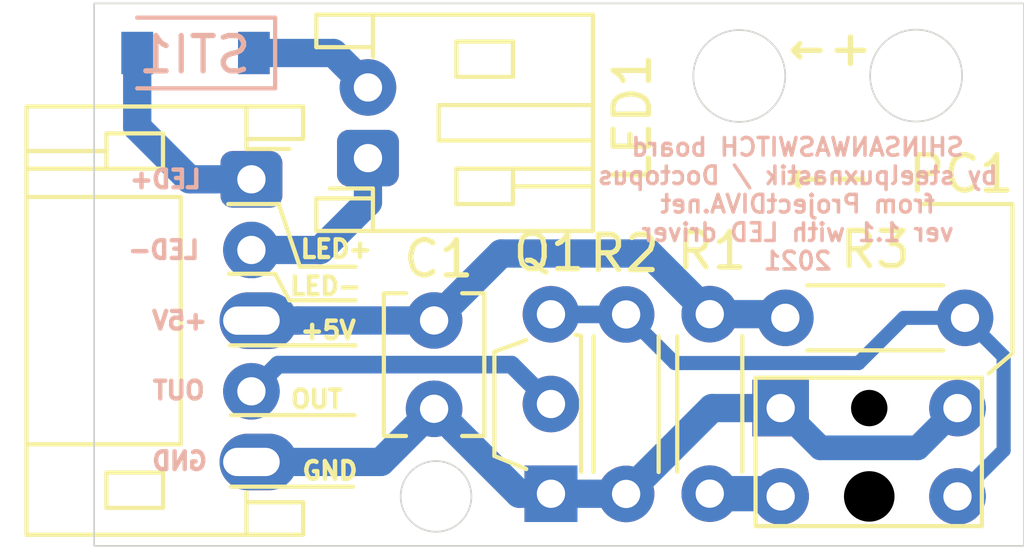
<source format=kicad_pcb>
(kicad_pcb (version 20210722) (generator pcbnew)
  (layers (0 "F.Cu" signal) (31 "B.Cu" signal) (34 "B.Paste" user) (35 "F.Paste" user) (36 "B.SilkS" user "B.Silkscreen") (37 "F.SilkS" user "F.Silkscreen") (38 "B.Mask" user) (39 "F.Mask" user) (44 "Edge.Cuts" user))
  (net 0 "")
  (net 1 "GND")
  (net 2 "Net-(LED1-Pad2)")
  (net 3 "Net-(PC1-Pad2)")
  (net 4 "Net-(PC1-Pad3)")
  (net 5 "/OUT")
  (net 6 "/+12V")
  (net 7 "/GNDA")
  (net 8 "/+5V")
  (footprint "Capacitor_THT:C_Disc_D3.8mm_W2.6mm_P2.50mm" (layer "F.Cu") (at 137.47 86.22 90)
    (fp_text reference "C1" (at 4.245 0.13 180) (layer "F.SilkS"))
    (fp_text value "0.1uf" hide)
    (fp_line (start 3.27 0.795) (end 3.27 1.42) (layer "F.SilkS") (width 0.12))
    (fp_line (start -0.77 -1.42) (end -0.77 -0.795) (layer "F.SilkS") (width 0.12))
    (fp_line (start 3.27 -1.42) (end 3.27 -0.795) (layer "F.SilkS") (width 0.12))
    (fp_line (start -0.77 1.42) (end 3.27 1.42) (layer "F.SilkS") (width 0.12))
    (fp_line (start -0.77 0.795) (end -0.77 1.42) (layer "F.SilkS") (width 0.12))
    (fp_line (start -0.77 -1.42) (end 3.27 -1.42) (layer "F.SilkS") (width 0.12))
    (pad "1" thru_hole circle locked (at 0 0 90) (size 1.6 1.6) (drill 0.8) (layers *.Cu *.Mask) (net 1 "GND"))
    (pad "2" thru_hole circle locked (at 2.5 0 90) (size 1.6 1.6) (drill 0.8) (layers *.Cu *.Mask) (net 8 "/+5V"))
  )
  (footprint "Package_TO_SOT_THT:TO-92S_Wide" (layer "F.Cu") (at 140.775 88.625 90)
    (fp_text reference "Q1" (at 6.825 -0.05 180) (layer "F.SilkS"))
    (fp_text value "2SC5395")
    (fp_line (start 4.35 -0.7) (end 4.02 -1.6) (layer "F.SilkS") (width 0.12))
    (fp_line (start 0.62 0.85) (end 4.47 0.85) (layer "F.SilkS") (width 0.12))
    (fp_line (start 1.07 -1.6) (end 0.7 -0.7) (layer "F.SilkS") (width 0.12))
    (fp_line (start 4.47 0.85) (end 4.5 0.7) (layer "F.SilkS") (width 0.12))
    (fp_line (start 4.02 -1.6) (end 1.07 -1.6) (layer "F.SilkS") (width 0.12))
    (pad "1" thru_hole rect locked (at 0 0 90) (size 1.6 1.5) (drill 0.8) (layers *.Cu *.Mask) (net 1 "GND"))
    (pad "2" thru_hole circle locked (at 2.54 0 90) (size 1.6 1.6) (drill 0.8) (layers *.Cu *.Mask) (net 5 "/OUT"))
    (pad "3" thru_hole circle locked (at 5.08 0 90) (size 1.6 1.6) (drill 0.8) (layers *.Cu *.Mask) (net 4 "Net-(PC1-Pad3)"))
  )
  (footprint "Resistor_THT:R_Axial_DIN0204_L3.6mm_D1.6mm_P5.08mm_Horizontal" (layer "F.Cu") (at 145.265299 83.541846 -90)
    (fp_text reference "R1" (at -1.791846 -0.059701) (layer "F.SilkS"))
    (fp_text value "330")
    (fp_line (start 0.62 -0.92) (end 4.46 -0.92) (layer "F.SilkS") (width 0.12))
    (fp_line (start 0.62 0.92) (end 4.46 0.92) (layer "F.SilkS") (width 0.12))
    (pad "1" thru_hole circle locked (at 0 0 270) (size 1.6 1.6) (drill 0.8) (layers *.Cu *.Mask) (net 8 "/+5V"))
    (pad "2" thru_hole circle locked (at 5.08 0 270) (size 1.6 1.6) (drill 0.8) (layers *.Cu *.Mask) (net 3 "Net-(PC1-Pad2)"))
  )
  (footprint "Connector_JST:JST_PH_S2B-PH-K_1x02_P2.00mm_Horizontal" (layer "F.Cu") (at 135.6 79.125 90)
    (fp_text reference "LED1" (at 1.125 7.475 270) (layer "F.SilkS"))
    (fp_text value "Conn_01x02_Female" hide)
    (fp_line (start 0.5 2) (end 1.5 2) (layer "F.SilkS") (width 0.12))
    (fp_line (start -2.06 0.14) (end -1.14 0.14) (layer "F.SilkS") (width 0.12))
    (fp_line (start -1.3 2.5) (end -1.3 4.1) (layer "F.SilkS") (width 0.12))
    (fp_line (start 2.3 2.5) (end 3.3 2.5) (layer "F.SilkS") (width 0.12))
    (fp_line (start -0.86 0.14) (end -0.86 -1.075) (layer "F.SilkS") (width 0.12))
    (fp_line (start 3.3 4.1) (end 2.3 4.1) (layer "F.SilkS") (width 0.12))
    (fp_line (start -0.8 4.1) (end -0.8 6.36) (layer "F.SilkS") (width 0.12))
    (fp_line (start -1.3 4.1) (end -0.3 4.1) (layer "F.SilkS") (width 0.12))
    (fp_line (start 2.3 4.1) (end 2.3 2.5) (layer "F.SilkS") (width 0.12))
    (fp_line (start -0.86 0.14) (end -1.14 0.14) (layer "F.SilkS") (width 0.12))
    (fp_line (start 3.14 0.14) (end 2.86 0.14) (layer "F.SilkS") (width 0.12))
    (fp_line (start -1.14 -1.46) (end -2.06 -1.46) (layer "F.SilkS") (width 0.12))
    (fp_line (start -2.06 -1.46) (end -2.06 6.36) (layer "F.SilkS") (width 0.12))
    (fp_line (start 4.06 0.14) (end 3.14 0.14) (layer "F.SilkS") (width 0.12))
    (fp_line (start -1.14 0.14) (end -1.14 -1.46) (layer "F.SilkS") (width 0.12))
    (fp_line (start -2.06 6.36) (end 4.06 6.36) (layer "F.SilkS") (width 0.12))
    (fp_line (start -0.3 2.5) (end -1.3 2.5) (layer "F.SilkS") (width 0.12))
    (fp_line (start 1.5 2) (end 1.5 6.36) (layer "F.SilkS") (width 0.12))
    (fp_line (start 0.5 6.36) (end 0.5 2) (layer "F.SilkS") (width 0.12))
    (fp_line (start 3.14 -1.46) (end 3.14 0.14) (layer "F.SilkS") (width 0.12))
    (fp_line (start -0.3 4.1) (end -0.3 6.36) (layer "F.SilkS") (width 0.12))
    (fp_line (start -0.3 4.1) (end -0.3 2.5) (layer "F.SilkS") (width 0.12))
    (fp_line (start 3.3 2.5) (end 3.3 4.1) (layer "F.SilkS") (width 0.12))
    (fp_line (start 4.06 6.36) (end 4.06 -1.46) (layer "F.SilkS") (width 0.12))
    (fp_line (start 4.06 -1.46) (end 3.14 -1.46) (layer "F.SilkS") (width 0.12))
    (pad "1" thru_hole roundrect locked (at 0 0 90) (size 1.6 1.75) (drill 0.8) (layers *.Cu *.Mask) (roundrect_rratio 0.208) (net 7 "/GNDA"))
    (pad "2" thru_hole circle locked (at 2 0 90) (size 1.6 1.6) (drill 0.8) (layers *.Cu *.Mask) (net 2 "Net-(LED1-Pad2)"))
  )
  (footprint "Resistor_THT:R_Axial_DIN0204_L3.6mm_D1.6mm_P5.08mm_Horizontal" (layer "F.Cu") (at 142.9 83.55 -90)
    (fp_text reference "R2" (at -1.725 0.05 180) (layer "F.SilkS"))
    (fp_text value "10K")
    (fp_line (start 0.62 0.92) (end 4.46 0.92) (layer "F.SilkS") (width 0.12))
    (fp_line (start 0.62 -0.92) (end 4.46 -0.92) (layer "F.SilkS") (width 0.12))
    (pad "1" thru_hole circle locked (at 0 0 270) (size 1.6 1.6) (drill 0.8) (layers *.Cu *.Mask) (net 4 "Net-(PC1-Pad3)"))
    (pad "2" thru_hole circle locked (at 5.08 0 270) (size 1.6 1.6) (drill 0.8) (layers *.Cu *.Mask) (net 1 "GND"))
  )
  (footprint "Connector_JST:JST_PH_S5B-PH-K_1x05_P2.00mm_Horizontal" (layer "F.Cu") (at 132.304628 79.725 -90)
    (fp_text reference "J1" hide)
    (fp_text value "Conn_01x05_Male" hide)
    (fp_line (start -2.06 6.36) (end 10.06 6.36) (layer "F.SilkS") (width 0.12))
    (fp_line (start -0.86 0.14) (end -1.14 0.14) (layer "F.SilkS") (width 0.12))
    (fp_line (start -0.8 4.1) (end -0.8 6.36) (layer "F.SilkS") (width 0.12))
    (fp_line (start -0.3 2.5) (end -1.3 2.5) (layer "F.SilkS") (width 0.12))
    (fp_line (start -0.3 4.1) (end -0.3 2.5) (layer "F.SilkS") (width 0.12))
    (fp_line (start 10.06 -1.46) (end 9.14 -1.46) (layer "F.SilkS") (width 0.12))
    (fp_line (start 8.3 4.1) (end 8.3 2.5) (layer "F.SilkS") (width 0.12))
    (fp_line (start -1.3 4.1) (end -0.3 4.1) (layer "F.SilkS") (width 0.12))
    (fp_line (start -2.06 0.14) (end -1.14 0.14) (layer "F.SilkS") (width 0.12))
    (fp_line (start 9.3 2.5) (end 9.3 4.1) (layer "F.SilkS") (width 0.12))
    (fp_line (start 0.5 2) (end 7.5 2) (layer "F.SilkS") (width 0.12))
    (fp_line (start 9.3 4.1) (end 8.3 4.1) (layer "F.SilkS") (width 0.12))
    (fp_line (start -1.3 2.5) (end -1.3 4.1) (layer "F.SilkS") (width 0.12))
    (fp_line (start -0.86 0.14) (end -0.86 -1.075) (layer "F.SilkS") (width 0.12))
    (fp_line (start 7.5 2) (end 7.5 6.36) (layer "F.SilkS") (width 0.12))
    (fp_line (start 9.14 -1.46) (end 9.14 0.14) (layer "F.SilkS") (width 0.12))
    (fp_line (start -2.06 -1.46) (end -2.06 6.36) (layer "F.SilkS") (width 0.12))
    (fp_line (start 9.14 0.14) (end 8.86 0.14) (layer "F.SilkS") (width 0.12))
    (fp_line (start -1.14 0.14) (end -1.14 -1.46) (layer "F.SilkS") (width 0.12))
    (fp_line (start 10.06 6.36) (end 10.06 -1.46) (layer "F.SilkS") (width 0.12))
    (fp_line (start 10.06 0.14) (end 9.14 0.14) (layer "F.SilkS") (width 0.12))
    (fp_line (start 0.5 6.36) (end 0.5 2) (layer "F.SilkS") (width 0.12))
    (fp_line (start 8.3 2.5) (end 9.3 2.5) (layer "F.SilkS") (width 0.12))
    (fp_line (start -1.14 -1.46) (end -2.06 -1.46) (layer "F.SilkS") (width 0.12))
    (fp_line (start -0.3 4.1) (end -0.3 6.36) (layer "F.SilkS") (width 0.12))
    (pad "1" thru_hole roundrect locked (at 0 0 270) (size 1.6 1.75) (drill 0.8) (layers *.Cu *.Mask) (roundrect_rratio 0.208) (net 6 "/+12V"))
    (pad "2" thru_hole circle locked (at 2 0 270) (size 1.6 1.6) (drill 0.8) (layers *.Cu *.Mask) (net 7 "/GNDA"))
    (pad "3" thru_hole oval locked (at 4 0 270) (size 1.6 2.2) (drill oval 0.8 1.6 (offset 0 -0.2)) (layers *.Cu *.Mask) (net 8 "/+5V"))
    (pad "4" thru_hole circle locked (at 6 0 270) (size 1.6 1.6) (drill 0.8) (layers *.Cu *.Mask) (net 5 "/OUT"))
    (pad "5" thru_hole oval locked (at 8 0 270) (size 1.6 2.2) (drill oval 0.8 1.6 (offset 0 -0.2)) (layers *.Cu *.Mask) (net 1 "GND"))
  )
  (footprint "RPI-221:RPI-352" (layer "F.Cu") (at 146.5 89.6)
    (fp_text reference "PC1" (at 5.875 -10.025 unlocked) (layer "F.SilkS"))
    (fp_text value "RPI-352")
    (fp_line (start 0.06 -4.26) (end 6.46 -4.26) (layer "F.SilkS") (width 0.12))
    (fp_line (start 6.46 -0.06) (end 0.06 -0.06) (layer "F.SilkS") (width 0.12))
    (fp_line (start 6.46 -4.26) (end 6.46 -0.06) (layer "F.SilkS") (width 0.12))
    (fp_line (start 0.06 -0.06) (end 0.06 -4.26) (layer "F.SilkS") (width 0.12))
    (pad "" np_thru_hole circle locked (at 3.275 -3.4) (size 1.03 1.03) (drill 1.03) (layers *.Mask))
    (pad "" np_thru_hole circle locked (at 3.275 -0.9) (size 1.43 1.43) (drill 1.43) (layers *.Mask))
    (pad "1" thru_hole rect locked (at 0.77 -3.4) (size 1.6 1.6) (drill oval 0.8) (layers *.Cu *.Mask) (net 1 "GND"))
    (pad "2" thru_hole circle locked (at 0.77 -0.9) (size 1.6 1.6) (drill oval 0.8) (layers *.Cu *.Mask) (net 3 "Net-(PC1-Pad2)"))
    (pad "3" thru_hole circle locked (at 5.77 -0.9) (size 1.6 1.6) (drill oval 0.8) (layers *.Cu *.Mask) (net 4 "Net-(PC1-Pad3)"))
    (pad "4" thru_hole circle locked (at 5.77 -3.4) (size 1.6 1.6) (drill oval 0.8) (layers *.Cu *.Mask) (net 1 "GND"))
  )
  (footprint "Resistor_THT:R_Axial_DIN0204_L3.6mm_D1.6mm_P5.08mm_Horizontal" (layer "F.Cu") (at 147.402511 83.645663)
    (fp_text reference "R3" (at 2.540845 -1.932197 180) (layer "F.SilkS"))
    (fp_text value "22K")
    (fp_line (start 0.62 -0.92) (end 4.46 -0.92) (layer "F.SilkS") (width 0.12))
    (fp_line (start 0.62 0.92) (end 4.46 0.92) (layer "F.SilkS") (width 0.12))
    (pad "1" thru_hole circle locked (at 0 0) (size 1.6 1.6) (drill 0.8) (layers *.Cu *.Mask) (net 8 "/+5V"))
    (pad "2" thru_hole circle locked (at 5.08 0) (size 1.6 1.6) (drill 0.8) (layers *.Cu *.Mask) (net 4 "Net-(PC1-Pad3)"))
  )
  (footprint "Diode_SMD:D_SOD-123" (layer "B.Cu") (at 130.725 76.15 180)
    (fp_text reference "STI1" (at 0.025 -0.05 180) (layer "B.SilkS") (effects (justify mirror)))
    (fp_text value "NSI45020AT1G")
    (fp_line (start -2.25 1) (end -2.25 -1) (layer "B.SilkS") (width 0.12))
    (fp_line (start -2.25 1) (end 1.65 1) (layer "B.SilkS") (width 0.12))
    (fp_line (start -2.25 -1) (end 1.65 -1) (layer "B.SilkS") (width 0.12))
    (pad "1" smd rect locked (at -1.65 0 180) (size 0.9 1.2) (layers "B.Cu" "B.Paste" "B.Mask") (net 2 "Net-(LED1-Pad2)"))
    (pad "2" smd rect locked (at 1.65 0 180) (size 0.9 1.2) (layers "B.Cu" "B.Paste" "B.Mask") (net 6 "/+12V"))
  )
  (gr_line (start 135.175 88.425) (end 131.725 88.425) (layer "F.SilkS") (width 0.12))
  (gr_line (start 135.25 84.425) (end 131.7 84.425) (layer "F.SilkS") (width 0.12))
  (gr_line (start 131.65 80.425) (end 133.075 80.425) (layer "F.SilkS") (width 0.12))
  (gr_line (start 133.075 80.425) (end 133.675 82.2) (layer "F.SilkS") (width 0.12))
  (gr_line (start 132.975 82.4) (end 131.675 82.4) (layer "F.SilkS") (width 0.12))
  (gr_line (start 133.675 82.2) (end 135.25 82.2) (layer "F.SilkS") (width 0.12))
  (gr_line (start 133.375 83.15) (end 135.25 83.15) (layer "F.SilkS") (width 0.12))
  (gr_line (start 153.825 84.65) (end 153.825 80.425) (layer "F.SilkS") (width 0.12))
  (gr_line (start 153.825 80.425) (end 151.25 80.425) (layer "F.SilkS") (width 0.12))
  (gr_line (start 135.225 86.4) (end 131.725 86.4) (layer "F.SilkS") (width 0.12))
  (gr_line (start 132.975 82.4) (end 133.375 83.15) (layer "F.SilkS") (width 0.12))
  (gr_line (start 153.15 85.225) (end 153.825 84.65) (layer "F.SilkS") (width 0.12))
  (gr_rect (start 127.85651 74.746407) (end 154.15 90.1) (layer "Edge.Cuts") (width 0.05) (fill none))
  (gr_circle (center 146.1 76.8) (end 147.4 76.8) (layer "Edge.Cuts") (width 0.05) (fill none))
  (gr_circle (center 151.1 76.79) (end 152.4 76.79) (layer "Edge.Cuts") (width 0.05) (fill none))
  (gr_circle (center 137.525 88.7) (end 138.525 88.7) (layer "Edge.Cuts") (width 0.05) (fill none))
  (gr_text "GND" (at 130.275 87.7) (layer "B.SilkS") (effects (font (size 0.5 0.5) (thickness 0.125)) (justify mirror)))
  (gr_text "OUT" (at 130.25 85.7) (layer "B.SilkS") (effects (font (size 0.5 0.5) (thickness 0.125)) (justify mirror)))
  (gr_text "SHINSANWASWITCH board\nby steelpuxnastik / Doctopus\nfrom ProjectDIVA.net\nver 1.1 with LED driver\n2021" (at 147.75 80.425) (layer "B.SilkS") (effects (font (size 0.5 0.5) (thickness 0.1)) (justify mirror)))
  (gr_text "LED+" (at 129.875 79.725) (layer "B.SilkS") (effects (font (size 0.5 0.5) (thickness 0.125)) (justify mirror)))
  (gr_text "LED-" (at 129.825 81.725) (layer "B.SilkS") (effects (font (size 0.5 0.5) (thickness 0.125)) (justify mirror)))
  (gr_text "+5V" (at 130.275 83.725) (layer "B.SilkS") (effects (font (size 0.5 0.5) (thickness 0.125)) (justify mirror)))
  (gr_text "LED+" (at 134.7 81.7) (layer "F.SilkS") (effects (font (size 0.5 0.5) (thickness 0.125))))
  (gr_text "LED-" (at 134.4 82.75) (layer "F.SilkS") (effects (font (size 0.5 0.5) (thickness 0.125))))
  (gr_text "←+" (at 148.625 76) (layer "F.SilkS") (effects (font (size 1 1))))
  (gr_text "←-" (at 148.6 79.65) (layer "F.SilkS") (effects (font (size 1 1))))
  (gr_text "OUT" (at 134.15 85.95) (layer "F.SilkS") (effects (font (size 0.5 0.5) (thickness 0.125))))
  (gr_text "+5V" (at 134.475 84) (layer "F.SilkS") (effects (font (size 0.5 0.5) (thickness 0.125))))
  (gr_text "GND" (at 134.525 87.975) (layer "F.SilkS") (effects (font (size 0.5 0.5) (thickness 0.125))))
  (segment (start 151.145 87.325) (end 148.395 87.325) (width 0.7) (layer "B.Cu") (net 1))
  (segment (start 148.395 87.325) (end 147.27 86.2) (width 0.7) (layer "B.Cu") (net 1))
  (segment (start 140.775 88.625) (end 139.875 88.625) (width 0.8) (layer "B.Cu") (net 1))
  (segment (start 142.9 88.63) (end 145.33 86.2) (width 0.8) (layer "B.Cu") (net 1))
  (segment (start 135.965 87.725) (end 137.47 86.22) (width 0.8) (layer "B.Cu") (net 1))
  (segment (start 140.775 88.625) (end 142.895 88.625) (width 0.8) (layer "B.Cu") (net 1))
  (segment (start 139.875 88.625) (end 137.47 86.22) (width 0.8) (layer "B.Cu") (net 1))
  (segment (start 145.33 86.2) (end 147.27 86.2) (width 0.8) (layer "B.Cu") (net 1))
  (segment (start 132.304628 87.725) (end 135.965 87.725) (width 0.8) (layer "B.Cu") (net 1))
  (segment (start 152.27 86.2) (end 151.145 87.325) (width 0.7) (layer "B.Cu") (net 1))
  (segment (start 142.895 88.625) (end 142.9 88.63) (width 0.7) (layer "B.Cu") (net 1))
  (segment (start 134.625 76.15) (end 135.6 77.125) (width 0.8) (layer "B.Cu") (net 2))
  (segment (start 132.375 76.15) (end 134.625 76.15) (width 0.8) (layer "B.Cu") (net 2))
  (segment (start 145.265299 88.621846) (end 147.191846 88.621846) (width 1) (layer "B.Cu") (net 3))
  (segment (start 152.482511 83.645663) (end 150.754337 83.645663) (width 0.4) (layer "B.Cu") (net 4))
  (segment (start 150.754337 83.645663) (end 149.475 84.925) (width 0.4) (layer "B.Cu") (net 4))
  (segment (start 140.78 83.55) (end 140.775 83.545) (width 0.4) (layer "B.Cu") (net 4))
  (segment (start 152.482511 83.645663) (end 153.575 84.738152) (width 0.4) (layer "B.Cu") (net 4))
  (segment (start 153.575 87.395) (end 152.27 88.7) (width 0.4) (layer "B.Cu") (net 4))
  (segment (start 142.9 83.55) (end 140.78 83.55) (width 0.5) (layer "B.Cu") (net 4))
  (segment (start 149.475 84.925) (end 144.275 84.925) (width 0.4) (layer "B.Cu") (net 4))
  (segment (start 144.275 84.925) (end 142.9 83.55) (width 0.4) (layer "B.Cu") (net 4))
  (segment (start 153.575 84.738152) (end 153.575 87.395) (width 0.4) (layer "B.Cu") (net 4))
  (segment (start 142.9 83.55) (end 142.64 83.55) (width 0.4) (layer "B.Cu") (net 4))
  (segment (start 133.059139 84.970489) (end 132.304628 85.725) (width 0.5) (layer "B.Cu") (net 5))
  (segment (start 139.660489 84.970489) (end 133.059139 84.970489) (width 0.5) (layer "B.Cu") (net 5))
  (segment (start 140.775 86.085) (end 139.660489 84.970489) (width 0.5) (layer "B.Cu") (net 5))
  (segment (start 130.55 79.725) (end 129.075 78.25) (width 0.8) (layer "B.Cu") (net 6))
  (segment (start 129.075 78.25) (end 129.075 76.15) (width 0.8) (layer "B.Cu") (net 6))
  (segment (start 132.304628 79.725) (end 130.55 79.725) (width 0.8) (layer "B.Cu") (net 6))
  (segment (start 134.25 81.725) (end 135.6 80.375) (width 0.8) (layer "B.Cu") (net 7))
  (segment (start 132.304628 81.725) (end 134.25 81.725) (width 0.8) (layer "B.Cu") (net 7))
  (segment (start 135.6 80.375) (end 135.6 79.125) (width 0.8) (layer "B.Cu") (net 7))
  (segment (start 137.47 83.72) (end 139.365 81.825) (width 0.8) (layer "B.Cu") (net 8))
  (segment (start 133.62 83.72) (end 133.615 83.725) (width 0.8) (layer "B.Cu") (net 8))
  (segment (start 147.298694 83.541846) (end 147.402511 83.645663) (width 0.7) (layer "B.Cu") (net 8))
  (segment (start 133.615 83.725) (end 132.304628 83.725) (width 0.8) (layer "B.Cu") (net 8))
  (segment (start 143.548453 81.825) (end 145.265299 83.541846) (width 0.8) (layer "B.Cu") (net 8))
  (segment (start 139.365 81.825) (end 143.548453 81.825) (width 0.8) (layer "B.Cu") (net 8))
  (segment (start 145.265299 83.541846) (end 147.298694 83.541846) (width 0.8) (layer "B.Cu") (net 8))
  (segment (start 137.47 83.72) (end 133.62 83.72) (width 0.8) (layer "B.Cu") (net 8))
)
</source>
